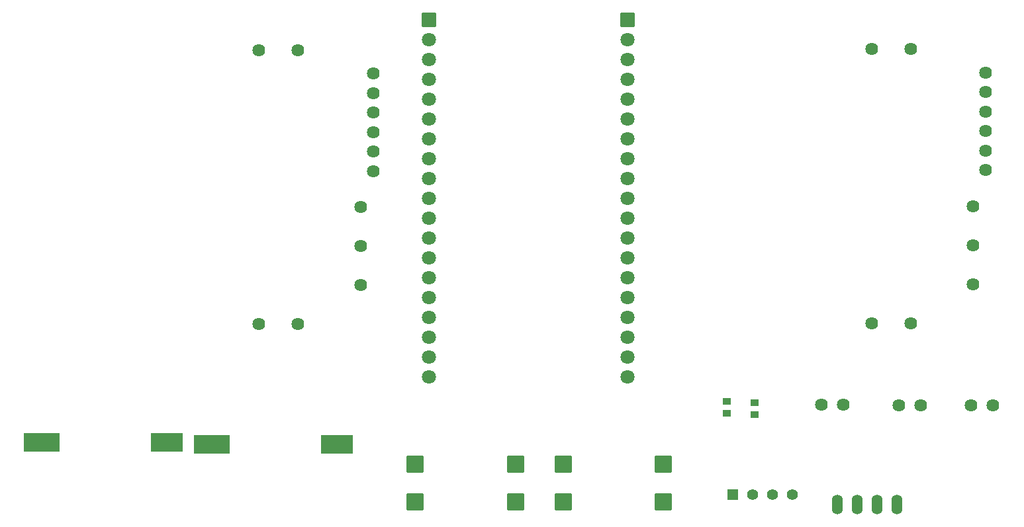
<source format=gts>
G04 Layer: TopSolderMaskLayer*
G04 EasyEDA v6.5.15, 2022-09-06 17:38:20*
G04 Gerber Generator version 0.2*
G04 Scale: 100 percent, Rotated: No, Reflected: No *
G04 Dimensions in millimeters *
G04 leading zeros omitted , absolute positions ,4 integer and 5 decimal *
%FSLAX45Y45*%
%MOMM*%

%AMMACRO1*1,1,$1,$2,$3*1,1,$1,$4,$5*1,1,$1,0-$2,0-$3*1,1,$1,0-$4,0-$5*20,1,$1,$2,$3,$4,$5,0*20,1,$1,$4,$5,0-$2,0-$3,0*20,1,$1,0-$2,0-$3,0-$4,0-$5,0*20,1,$1,0-$4,0-$5,$2,$3,0*4,1,4,$2,$3,$4,$5,0-$2,0-$3,0-$4,0-$5,$2,$3,0*%
%ADD10MACRO1,0.1016X-0.654X0.6541X0.654X0.6541*%
%ADD11C,1.4097*%
%ADD12MACRO1,0.1X2X-1.15X-2X-1.15*%
%ADD13MACRO1,0.1X2.2X-1.15X-2.2X-1.15*%
%ADD14MACRO1,0.1016X0.432X-0.4032X-0.432X-0.4032*%
%ADD15MACRO1,0.1016X0.432X0.4032X-0.432X0.4032*%
%ADD16C,1.8016*%
%ADD17MACRO1,0.1016X0.85X-0.85X-0.85X-0.85*%
%ADD18C,1.6256*%
%ADD19MACRO1,0.2032X-1X1X1X1*%
%ADD20O,1.39954X2.51968*%

%LPD*%
D10*
G01*
X9886414Y-582650D03*
D11*
G01*
X10140414Y-582650D03*
G01*
X10394414Y-582650D03*
G01*
X10648414Y-582650D03*
D12*
G01*
X2654199Y88900D03*
D13*
G01*
X1054200Y88900D03*
D12*
G01*
X4825899Y63500D03*
D13*
G01*
X3225900Y63500D03*
D14*
G01*
X9816614Y610274D03*
D15*
G01*
X9816614Y459624D03*
D14*
G01*
X10172214Y597574D03*
D15*
G01*
X10172214Y446924D03*
D16*
G01*
X8546614Y5246662D03*
G01*
X8546614Y4992662D03*
G01*
X8546614Y4738662D03*
G01*
X8546614Y4484662D03*
G01*
X8546614Y4230662D03*
G01*
X8546614Y3976662D03*
G01*
X8546614Y3722662D03*
G01*
X8546614Y3468662D03*
G01*
X8546614Y3214662D03*
G01*
X8546614Y2960662D03*
G01*
X8546614Y2706662D03*
G01*
X8546614Y2452662D03*
G01*
X8546614Y2198662D03*
G01*
X8546614Y1944662D03*
G01*
X8546614Y1690662D03*
G01*
X6006614Y4992662D03*
G01*
X6006614Y4738662D03*
G01*
X6006614Y4484662D03*
G01*
X6006614Y4230662D03*
G01*
X6006614Y3976662D03*
G01*
X6006614Y3722662D03*
G01*
X6006614Y3468662D03*
G01*
X6006614Y3214662D03*
G01*
X6006614Y2960662D03*
G01*
X6006614Y2706662D03*
G01*
X6006614Y2452662D03*
G01*
X6006614Y2198662D03*
G01*
X6006614Y1944662D03*
G01*
X6006614Y1690662D03*
G01*
X6006614Y5246662D03*
G01*
X8546614Y1436662D03*
G01*
X8546614Y1182662D03*
D17*
G01*
X8546602Y5500649D03*
G01*
X6006602Y5500649D03*
D16*
G01*
X6006614Y1436662D03*
G01*
X6006614Y1182662D03*
G01*
X8546614Y928662D03*
G01*
X6006614Y928662D03*
D18*
G01*
X4329887Y5109108D03*
G01*
X3829888Y5109108D03*
G01*
X4329887Y1599107D03*
G01*
X3829888Y1599107D03*
G01*
X5129911Y2099106D03*
G01*
X5129911Y2599105D03*
G01*
X5129911Y3099104D03*
G01*
X5289905Y4809109D03*
G01*
X5289905Y4559096D03*
G01*
X5289905Y4309110D03*
G01*
X5289905Y4059097D03*
G01*
X5289905Y3809111D03*
G01*
X5289905Y3559098D03*
G01*
X12165302Y5123357D03*
G01*
X11665303Y5123357D03*
G01*
X12165302Y1613357D03*
G01*
X11665303Y1613357D03*
G01*
X12965325Y2113356D03*
G01*
X12965325Y2613355D03*
G01*
X12965325Y3113354D03*
G01*
X13125320Y4823358D03*
G01*
X13125320Y4573346D03*
G01*
X13125320Y4323359D03*
G01*
X13125320Y4073347D03*
G01*
X13125320Y3823360D03*
G01*
X13125320Y3573348D03*
G01*
X11303000Y571500D03*
G01*
X11023600Y571500D03*
G01*
X12293600Y558800D03*
G01*
X12014200Y558800D03*
G01*
X13220700Y558800D03*
G01*
X12941300Y558800D03*
D19*
G01*
X7111514Y-671550D03*
G01*
X7111514Y-188950D03*
G01*
X5828814Y-188950D03*
G01*
X5828814Y-671550D03*
G01*
X9003814Y-671550D03*
G01*
X9003814Y-188950D03*
G01*
X7721114Y-188950D03*
G01*
X7721114Y-671550D03*
D20*
G01*
X11226314Y-709650D03*
G01*
X11480314Y-709650D03*
G01*
X11734314Y-709650D03*
G01*
X11988314Y-709650D03*
M02*

</source>
